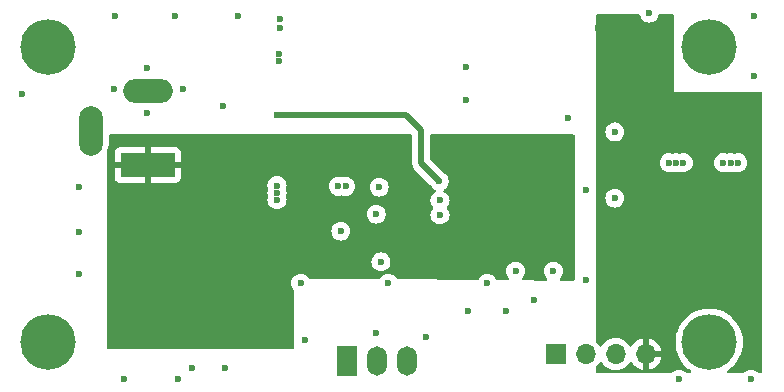
<source format=gbr>
%TF.GenerationSoftware,KiCad,Pcbnew,8.0.4+dfsg-1*%
%TF.CreationDate,2025-03-03T18:40:41+01:00*%
%TF.ProjectId,nixie-clock-psu,6e697869-652d-4636-9c6f-636b2d707375,rev?*%
%TF.SameCoordinates,Original*%
%TF.FileFunction,Copper,L2,Inr*%
%TF.FilePolarity,Positive*%
%FSLAX46Y46*%
G04 Gerber Fmt 4.6, Leading zero omitted, Abs format (unit mm)*
G04 Created by KiCad (PCBNEW 8.0.4+dfsg-1) date 2025-03-03 18:40:41*
%MOMM*%
%LPD*%
G01*
G04 APERTURE LIST*
%TA.AperFunction,ComponentPad*%
%ADD10R,1.700000X2.500000*%
%TD*%
%TA.AperFunction,ComponentPad*%
%ADD11O,1.700000X2.500000*%
%TD*%
%TA.AperFunction,ComponentPad*%
%ADD12C,4.700000*%
%TD*%
%TA.AperFunction,ComponentPad*%
%ADD13R,4.600000X2.000000*%
%TD*%
%TA.AperFunction,ComponentPad*%
%ADD14O,4.200000X2.000000*%
%TD*%
%TA.AperFunction,ComponentPad*%
%ADD15O,2.000000X4.200000*%
%TD*%
%TA.AperFunction,ComponentPad*%
%ADD16R,1.700000X1.700000*%
%TD*%
%TA.AperFunction,ComponentPad*%
%ADD17O,1.700000X1.700000*%
%TD*%
%TA.AperFunction,ViaPad*%
%ADD18C,0.600000*%
%TD*%
%TA.AperFunction,Conductor*%
%ADD19C,0.500000*%
%TD*%
G04 APERTURE END LIST*
D10*
%TO.N,Net-(U2-IN)*%
%TO.C,U2*%
X175320000Y-117600000D03*
D11*
%TO.N,GND*%
X177860000Y-117600000D03*
%TO.N,+5V*%
X180400000Y-117600000D03*
%TD*%
D12*
%TO.N,GND*%
%TO.C,H4*%
X206000000Y-91000000D03*
%TD*%
%TO.N,GND*%
%TO.C,H2*%
X150000000Y-116000000D03*
%TD*%
%TO.N,GND*%
%TO.C,H3*%
X150000000Y-91000000D03*
%TD*%
D13*
%TO.N,VCC*%
%TO.C,J2*%
X158455000Y-101000000D03*
D14*
%TO.N,GND*%
X158455000Y-94700000D03*
D15*
%TO.N,unconnected-(J2-Pad3)*%
X153655000Y-98100000D03*
%TD*%
D12*
%TO.N,GND*%
%TO.C,H1*%
X206000000Y-116000000D03*
%TD*%
D16*
%TO.N,GND*%
%TO.C,J1*%
X193000000Y-117000000D03*
D17*
%TO.N,+5V*%
X195540000Y-117000000D03*
%TO.N,GND*%
X198080000Y-117000000D03*
%TO.N,+170*%
X200620000Y-117000000D03*
%TD*%
D18*
%TO.N,VCC*%
X158242000Y-106426000D03*
X158242000Y-105410000D03*
X158242000Y-104394000D03*
X158242000Y-103378000D03*
%TO.N,GND*%
X209804000Y-88392000D03*
X209804000Y-93472000D03*
X185420000Y-95504000D03*
X155702000Y-88392000D03*
X185420000Y-92710000D03*
X203800000Y-100800000D03*
X178200000Y-109200000D03*
X164846000Y-96012000D03*
X147828000Y-94996000D03*
X202600000Y-100800000D03*
X191200000Y-112400000D03*
X166116000Y-88392000D03*
X162200000Y-118200000D03*
X187200000Y-111000000D03*
X200914000Y-88138000D03*
X178816000Y-110998000D03*
X152654000Y-102870000D03*
X171800000Y-115800000D03*
X160782000Y-88392000D03*
X209550000Y-119126000D03*
X195580000Y-110744000D03*
X195580000Y-103124000D03*
X192800000Y-110000000D03*
X171400000Y-111000000D03*
X177800000Y-115200000D03*
X207800000Y-100800000D03*
X182000000Y-115600000D03*
X169400000Y-103342000D03*
X174800000Y-106600000D03*
X152654000Y-106680000D03*
X161400000Y-94600000D03*
X189600000Y-110000000D03*
X158400000Y-96600000D03*
X183200000Y-104000000D03*
X155600000Y-94600000D03*
X188800000Y-113400000D03*
X183200000Y-105200000D03*
X158400000Y-92800000D03*
X156464000Y-119126000D03*
X169400000Y-103942000D03*
X203454000Y-119126000D03*
X185600000Y-113400000D03*
X169400000Y-102742000D03*
X161036000Y-119126000D03*
X207200000Y-100800000D03*
X152654000Y-110236000D03*
X165000000Y-118200000D03*
X198000000Y-103800000D03*
X203200000Y-100800000D03*
X194056000Y-97028000D03*
X208400000Y-100800000D03*
%TO.N,+170*%
X198000000Y-90800000D03*
X207200000Y-109200000D03*
X203800000Y-109200000D03*
X200600000Y-115400000D03*
X196600000Y-89400000D03*
X207800000Y-109200000D03*
X202600000Y-109200000D03*
X208400000Y-109200000D03*
X203200000Y-109200000D03*
X197400000Y-89400000D03*
X198000000Y-90000000D03*
%TO.N,VCC*%
X177600000Y-100200000D03*
X186000000Y-100000000D03*
X160200000Y-114400000D03*
X158200000Y-114600000D03*
X185400000Y-100000000D03*
X166200000Y-114400000D03*
X186600000Y-100000000D03*
X159200000Y-114400000D03*
X164400000Y-114400000D03*
X191200000Y-102200000D03*
X167000000Y-114400000D03*
X163600000Y-115200000D03*
X163600000Y-114400000D03*
X191200000Y-101400000D03*
%TO.N,Net-(U1-FB)*%
X198000000Y-98200000D03*
X177800000Y-105156000D03*
%TO.N,Net-(Q1-G)*%
X169672000Y-88646000D03*
X174600000Y-102800000D03*
X175200000Y-102800000D03*
X169600000Y-91600000D03*
X169672000Y-89408000D03*
X178054000Y-102870000D03*
X169600000Y-92200000D03*
%TO.N,Net-(Q1-S)*%
X169418000Y-96774000D03*
X183134000Y-102362000D03*
%TD*%
D19*
%TO.N,Net-(Q1-S)*%
X181610000Y-98044000D02*
X181610000Y-100838000D01*
X181610000Y-100838000D02*
X183134000Y-102362000D01*
X169418000Y-96774000D02*
X180340000Y-96774000D01*
X180340000Y-96774000D02*
X181610000Y-98044000D01*
%TD*%
%TA.AperFunction,Conductor*%
%TO.N,VCC*%
G36*
X180802539Y-98419685D02*
G01*
X180848294Y-98472489D01*
X180859500Y-98524000D01*
X180859500Y-100911918D01*
X180859500Y-100911920D01*
X180859499Y-100911920D01*
X180888340Y-101056907D01*
X180888343Y-101056917D01*
X180944914Y-101193492D01*
X180977812Y-101242727D01*
X180977813Y-101242730D01*
X181027046Y-101316414D01*
X181027052Y-101316421D01*
X182380692Y-102670059D01*
X182403358Y-102706125D01*
X182405188Y-102705244D01*
X182408209Y-102711518D01*
X182408211Y-102711522D01*
X182504184Y-102864262D01*
X182631738Y-102991816D01*
X182784478Y-103087789D01*
X182784480Y-103087790D01*
X182787656Y-103089320D01*
X182789354Y-103090853D01*
X182790374Y-103091494D01*
X182790261Y-103091672D01*
X182839517Y-103136141D01*
X182857831Y-103203567D01*
X182836785Y-103270192D01*
X182799830Y-103306034D01*
X182697740Y-103370182D01*
X182697737Y-103370184D01*
X182570184Y-103497737D01*
X182474211Y-103650476D01*
X182414631Y-103820745D01*
X182414630Y-103820750D01*
X182394435Y-103999996D01*
X182394435Y-104000003D01*
X182414630Y-104179249D01*
X182414631Y-104179254D01*
X182474211Y-104349523D01*
X182570184Y-104502262D01*
X182580241Y-104512319D01*
X182613726Y-104573642D01*
X182608742Y-104643334D01*
X182580241Y-104687681D01*
X182570184Y-104697737D01*
X182474211Y-104850476D01*
X182414631Y-105020745D01*
X182414630Y-105020750D01*
X182394435Y-105199996D01*
X182394435Y-105200003D01*
X182414630Y-105379249D01*
X182414631Y-105379254D01*
X182474211Y-105549523D01*
X182542537Y-105658262D01*
X182570184Y-105702262D01*
X182697738Y-105829816D01*
X182850478Y-105925789D01*
X182952720Y-105961565D01*
X183020745Y-105985368D01*
X183020750Y-105985369D01*
X183199996Y-106005565D01*
X183200000Y-106005565D01*
X183200004Y-106005565D01*
X183379249Y-105985369D01*
X183379252Y-105985368D01*
X183379255Y-105985368D01*
X183549522Y-105925789D01*
X183702262Y-105829816D01*
X183829816Y-105702262D01*
X183925789Y-105549522D01*
X183985368Y-105379255D01*
X183990326Y-105335254D01*
X184005565Y-105200003D01*
X184005565Y-105199996D01*
X183985369Y-105020750D01*
X183985368Y-105020745D01*
X183925788Y-104850476D01*
X183829815Y-104697737D01*
X183819759Y-104687681D01*
X183786274Y-104626358D01*
X183791258Y-104556666D01*
X183819759Y-104512319D01*
X183829816Y-104502262D01*
X183925789Y-104349522D01*
X183985368Y-104179255D01*
X184005565Y-104000000D01*
X183999030Y-103942003D01*
X183985369Y-103820750D01*
X183985368Y-103820745D01*
X183965073Y-103762745D01*
X183925789Y-103650478D01*
X183829816Y-103497738D01*
X183702262Y-103370184D01*
X183657412Y-103342003D01*
X183549519Y-103274209D01*
X183546338Y-103272677D01*
X183544637Y-103271141D01*
X183543626Y-103270506D01*
X183543737Y-103270328D01*
X183494479Y-103225854D01*
X183476168Y-103158426D01*
X183497217Y-103091803D01*
X183534167Y-103055966D01*
X183636262Y-102991816D01*
X183763816Y-102864262D01*
X183859789Y-102711522D01*
X183919368Y-102541255D01*
X183921709Y-102520478D01*
X183939565Y-102362003D01*
X183939565Y-102361996D01*
X183919369Y-102182750D01*
X183919368Y-102182745D01*
X183881390Y-102074211D01*
X183859789Y-102012478D01*
X183763816Y-101859738D01*
X183636262Y-101732184D01*
X183483522Y-101636211D01*
X183483518Y-101636209D01*
X183477244Y-101633188D01*
X183478125Y-101631358D01*
X183442059Y-101608692D01*
X182396819Y-100563451D01*
X182363334Y-100502128D01*
X182360500Y-100475770D01*
X182360500Y-98524000D01*
X182380185Y-98456961D01*
X182432989Y-98411206D01*
X182484500Y-98400000D01*
X194476000Y-98400000D01*
X194543039Y-98419685D01*
X194588794Y-98472489D01*
X194600000Y-98524000D01*
X194600000Y-110674953D01*
X194580315Y-110741992D01*
X194527511Y-110787747D01*
X194474958Y-110798949D01*
X193440140Y-110790253D01*
X193373268Y-110770005D01*
X193327959Y-110716819D01*
X193318597Y-110647579D01*
X193348155Y-110584270D01*
X193353470Y-110578607D01*
X193429816Y-110502262D01*
X193525789Y-110349522D01*
X193585368Y-110179255D01*
X193605565Y-110000000D01*
X193603916Y-109985369D01*
X193585369Y-109820750D01*
X193585368Y-109820745D01*
X193525788Y-109650476D01*
X193429815Y-109497737D01*
X193302262Y-109370184D01*
X193149523Y-109274211D01*
X192979254Y-109214631D01*
X192979249Y-109214630D01*
X192800004Y-109194435D01*
X192799996Y-109194435D01*
X192620750Y-109214630D01*
X192620745Y-109214631D01*
X192450476Y-109274211D01*
X192297737Y-109370184D01*
X192170184Y-109497737D01*
X192074211Y-109650476D01*
X192014631Y-109820745D01*
X192014630Y-109820750D01*
X191994435Y-109999996D01*
X191994435Y-110000003D01*
X192014630Y-110179249D01*
X192014631Y-110179254D01*
X192074211Y-110349523D01*
X192170184Y-110502262D01*
X192235630Y-110567708D01*
X192269115Y-110629031D01*
X192264131Y-110698723D01*
X192222259Y-110754656D01*
X192156795Y-110779073D01*
X192146907Y-110779385D01*
X190266807Y-110763586D01*
X190199935Y-110743338D01*
X190154626Y-110690152D01*
X190145264Y-110620912D01*
X190174822Y-110557603D01*
X190180153Y-110551924D01*
X190229816Y-110502262D01*
X190325789Y-110349522D01*
X190385368Y-110179255D01*
X190405565Y-110000000D01*
X190403916Y-109985369D01*
X190385369Y-109820750D01*
X190385368Y-109820745D01*
X190325788Y-109650476D01*
X190229815Y-109497737D01*
X190102262Y-109370184D01*
X189949523Y-109274211D01*
X189779254Y-109214631D01*
X189779249Y-109214630D01*
X189600004Y-109194435D01*
X189599996Y-109194435D01*
X189420750Y-109214630D01*
X189420745Y-109214631D01*
X189250476Y-109274211D01*
X189097737Y-109370184D01*
X188970184Y-109497737D01*
X188874211Y-109650476D01*
X188814631Y-109820745D01*
X188814630Y-109820750D01*
X188794435Y-109999996D01*
X188794435Y-110000003D01*
X188814630Y-110179249D01*
X188814631Y-110179254D01*
X188874211Y-110349523D01*
X188970184Y-110502262D01*
X189008511Y-110540589D01*
X189041996Y-110601912D01*
X189037012Y-110671604D01*
X188995140Y-110727537D01*
X188929676Y-110751954D01*
X188919788Y-110752266D01*
X188045778Y-110744921D01*
X187978906Y-110724673D01*
X187933597Y-110671487D01*
X187929777Y-110661875D01*
X187925789Y-110650478D01*
X187873781Y-110567708D01*
X187829816Y-110497738D01*
X187702262Y-110370184D01*
X187669379Y-110349522D01*
X187549523Y-110274211D01*
X187379254Y-110214631D01*
X187379249Y-110214630D01*
X187200004Y-110194435D01*
X187199996Y-110194435D01*
X187020750Y-110214630D01*
X187020745Y-110214631D01*
X186850476Y-110274211D01*
X186697737Y-110370184D01*
X186570184Y-110497737D01*
X186474211Y-110650478D01*
X186471188Y-110656756D01*
X186469327Y-110655860D01*
X186434460Y-110704470D01*
X186369506Y-110730213D01*
X186357103Y-110730731D01*
X179625420Y-110674163D01*
X179558548Y-110653915D01*
X179521470Y-110616141D01*
X179445816Y-110495738D01*
X179318262Y-110368184D01*
X179288562Y-110349522D01*
X179165523Y-110272211D01*
X178995254Y-110212631D01*
X178995249Y-110212630D01*
X178816004Y-110192435D01*
X178815996Y-110192435D01*
X178636750Y-110212630D01*
X178636745Y-110212631D01*
X178466476Y-110272211D01*
X178313737Y-110368184D01*
X178186182Y-110495739D01*
X178119044Y-110602589D01*
X178066710Y-110648879D01*
X178013009Y-110660612D01*
X172168791Y-110611502D01*
X172101919Y-110591254D01*
X172064839Y-110553477D01*
X172029818Y-110497740D01*
X171902262Y-110370184D01*
X171749523Y-110274211D01*
X171579254Y-110214631D01*
X171579249Y-110214630D01*
X171400004Y-110194435D01*
X171399996Y-110194435D01*
X171220750Y-110214630D01*
X171220745Y-110214631D01*
X171050476Y-110274211D01*
X170897737Y-110370184D01*
X170770184Y-110497737D01*
X170674211Y-110650476D01*
X170614631Y-110820745D01*
X170614630Y-110820750D01*
X170594435Y-110999996D01*
X170594435Y-111000003D01*
X170614630Y-111179249D01*
X170614631Y-111179254D01*
X170674211Y-111349523D01*
X170734515Y-111445496D01*
X170768927Y-111500262D01*
X170770185Y-111502263D01*
X170772945Y-111505724D01*
X170799355Y-111570410D01*
X170800000Y-111583039D01*
X170800000Y-116476000D01*
X170780315Y-116543039D01*
X170727511Y-116588794D01*
X170676000Y-116600000D01*
X155124000Y-116600000D01*
X155056961Y-116580315D01*
X155011206Y-116527511D01*
X155000000Y-116476000D01*
X155000000Y-109199996D01*
X177394435Y-109199996D01*
X177394435Y-109200003D01*
X177414630Y-109379249D01*
X177414631Y-109379254D01*
X177474211Y-109549523D01*
X177537646Y-109650478D01*
X177570184Y-109702262D01*
X177697738Y-109829816D01*
X177850478Y-109925789D01*
X178020745Y-109985368D01*
X178020750Y-109985369D01*
X178199996Y-110005565D01*
X178200000Y-110005565D01*
X178200004Y-110005565D01*
X178379249Y-109985369D01*
X178379252Y-109985368D01*
X178379255Y-109985368D01*
X178549522Y-109925789D01*
X178702262Y-109829816D01*
X178829816Y-109702262D01*
X178925789Y-109549522D01*
X178985368Y-109379255D01*
X178997204Y-109274211D01*
X179005565Y-109200003D01*
X179005565Y-109199996D01*
X178985369Y-109020750D01*
X178985368Y-109020745D01*
X178925788Y-108850476D01*
X178829815Y-108697737D01*
X178702262Y-108570184D01*
X178549523Y-108474211D01*
X178379254Y-108414631D01*
X178379249Y-108414630D01*
X178200004Y-108394435D01*
X178199996Y-108394435D01*
X178020750Y-108414630D01*
X178020745Y-108414631D01*
X177850476Y-108474211D01*
X177697737Y-108570184D01*
X177570184Y-108697737D01*
X177474211Y-108850476D01*
X177414631Y-109020745D01*
X177414630Y-109020750D01*
X177394435Y-109199996D01*
X155000000Y-109199996D01*
X155000000Y-106599996D01*
X173994435Y-106599996D01*
X173994435Y-106600003D01*
X174014630Y-106779249D01*
X174014631Y-106779254D01*
X174074211Y-106949523D01*
X174170184Y-107102262D01*
X174297738Y-107229816D01*
X174450478Y-107325789D01*
X174620745Y-107385368D01*
X174620750Y-107385369D01*
X174799996Y-107405565D01*
X174800000Y-107405565D01*
X174800004Y-107405565D01*
X174979249Y-107385369D01*
X174979252Y-107385368D01*
X174979255Y-107385368D01*
X175149522Y-107325789D01*
X175302262Y-107229816D01*
X175429816Y-107102262D01*
X175525789Y-106949522D01*
X175585368Y-106779255D01*
X175605565Y-106600000D01*
X175585368Y-106420745D01*
X175525789Y-106250478D01*
X175429816Y-106097738D01*
X175302262Y-105970184D01*
X175288545Y-105961565D01*
X175149523Y-105874211D01*
X174979254Y-105814631D01*
X174979249Y-105814630D01*
X174800004Y-105794435D01*
X174799996Y-105794435D01*
X174620750Y-105814630D01*
X174620745Y-105814631D01*
X174450476Y-105874211D01*
X174297737Y-105970184D01*
X174170184Y-106097737D01*
X174074211Y-106250476D01*
X174014631Y-106420745D01*
X174014630Y-106420750D01*
X173994435Y-106599996D01*
X155000000Y-106599996D01*
X155000000Y-105155996D01*
X176994435Y-105155996D01*
X176994435Y-105156003D01*
X177014630Y-105335249D01*
X177014631Y-105335254D01*
X177074211Y-105505523D01*
X177170184Y-105658262D01*
X177297738Y-105785816D01*
X177367762Y-105829815D01*
X177438417Y-105874211D01*
X177450478Y-105881789D01*
X177576220Y-105925788D01*
X177620745Y-105941368D01*
X177620750Y-105941369D01*
X177799996Y-105961565D01*
X177800000Y-105961565D01*
X177800004Y-105961565D01*
X177979249Y-105941369D01*
X177979252Y-105941368D01*
X177979255Y-105941368D01*
X178149522Y-105881789D01*
X178302262Y-105785816D01*
X178429816Y-105658262D01*
X178525789Y-105505522D01*
X178585368Y-105335255D01*
X178600607Y-105200003D01*
X178605565Y-105156003D01*
X178605565Y-105155996D01*
X178585369Y-104976750D01*
X178585368Y-104976745D01*
X178541185Y-104850478D01*
X178525789Y-104806478D01*
X178429816Y-104653738D01*
X178302262Y-104526184D01*
X178280196Y-104512319D01*
X178149523Y-104430211D01*
X177979254Y-104370631D01*
X177979249Y-104370630D01*
X177800004Y-104350435D01*
X177799996Y-104350435D01*
X177620750Y-104370630D01*
X177620745Y-104370631D01*
X177450476Y-104430211D01*
X177297737Y-104526184D01*
X177170184Y-104653737D01*
X177074211Y-104806476D01*
X177014631Y-104976745D01*
X177014630Y-104976750D01*
X176994435Y-105155996D01*
X155000000Y-105155996D01*
X155000000Y-102741996D01*
X168594435Y-102741996D01*
X168594435Y-102742003D01*
X168614631Y-102921253D01*
X168614631Y-102921254D01*
X168642551Y-103001047D01*
X168646112Y-103070826D01*
X168642551Y-103082953D01*
X168614631Y-103162745D01*
X168614631Y-103162746D01*
X168594435Y-103341996D01*
X168594435Y-103342003D01*
X168614631Y-103521253D01*
X168614631Y-103521254D01*
X168642551Y-103601047D01*
X168646112Y-103670826D01*
X168642551Y-103682953D01*
X168614631Y-103762745D01*
X168614631Y-103762746D01*
X168594435Y-103941996D01*
X168594435Y-103942003D01*
X168614630Y-104121249D01*
X168614631Y-104121254D01*
X168674211Y-104291523D01*
X168723919Y-104370632D01*
X168770184Y-104444262D01*
X168897738Y-104571816D01*
X169050478Y-104667789D01*
X169220745Y-104727368D01*
X169220750Y-104727369D01*
X169399996Y-104747565D01*
X169400000Y-104747565D01*
X169400004Y-104747565D01*
X169579249Y-104727369D01*
X169579252Y-104727368D01*
X169579255Y-104727368D01*
X169749522Y-104667789D01*
X169902262Y-104571816D01*
X170029816Y-104444262D01*
X170125789Y-104291522D01*
X170185368Y-104121255D01*
X170199030Y-104000000D01*
X170205565Y-103942003D01*
X170205565Y-103941996D01*
X170185369Y-103762750D01*
X170185368Y-103762746D01*
X170185368Y-103762745D01*
X170157446Y-103682951D01*
X170153884Y-103613177D01*
X170157440Y-103601066D01*
X170185368Y-103521255D01*
X170195671Y-103429815D01*
X170205565Y-103342003D01*
X170205565Y-103341996D01*
X170185369Y-103162750D01*
X170185368Y-103162746D01*
X170185368Y-103162745D01*
X170157446Y-103082951D01*
X170153884Y-103013177D01*
X170157440Y-103001066D01*
X170185368Y-102921255D01*
X170191143Y-102870000D01*
X170199031Y-102799996D01*
X173794435Y-102799996D01*
X173794435Y-102800003D01*
X173814630Y-102979249D01*
X173814631Y-102979254D01*
X173874211Y-103149523D01*
X173950230Y-103270506D01*
X173970184Y-103302262D01*
X174097738Y-103429816D01*
X174188080Y-103486582D01*
X174243260Y-103521254D01*
X174250478Y-103525789D01*
X174420745Y-103585368D01*
X174420750Y-103585369D01*
X174599996Y-103605565D01*
X174600000Y-103605565D01*
X174600004Y-103605565D01*
X174779249Y-103585369D01*
X174779250Y-103585368D01*
X174779255Y-103585368D01*
X174859048Y-103557446D01*
X174928823Y-103553884D01*
X174940933Y-103557440D01*
X175020745Y-103585368D01*
X175020749Y-103585368D01*
X175020751Y-103585369D01*
X175020748Y-103585369D01*
X175199996Y-103605565D01*
X175200000Y-103605565D01*
X175200004Y-103605565D01*
X175379249Y-103585369D01*
X175379252Y-103585368D01*
X175379255Y-103585368D01*
X175549522Y-103525789D01*
X175702262Y-103429816D01*
X175829816Y-103302262D01*
X175925789Y-103149522D01*
X175985368Y-102979255D01*
X175991903Y-102921254D01*
X175997679Y-102869996D01*
X177248435Y-102869996D01*
X177248435Y-102870003D01*
X177268630Y-103049249D01*
X177268631Y-103049254D01*
X177328211Y-103219523D01*
X177405169Y-103342000D01*
X177424184Y-103372262D01*
X177551738Y-103499816D01*
X177585858Y-103521255D01*
X177687894Y-103585369D01*
X177704478Y-103595789D01*
X177860770Y-103650478D01*
X177874745Y-103655368D01*
X177874750Y-103655369D01*
X178053996Y-103675565D01*
X178054000Y-103675565D01*
X178054004Y-103675565D01*
X178233249Y-103655369D01*
X178233252Y-103655368D01*
X178233255Y-103655368D01*
X178403522Y-103595789D01*
X178556262Y-103499816D01*
X178683816Y-103372262D01*
X178779789Y-103219522D01*
X178839368Y-103049255D01*
X178839369Y-103049249D01*
X178859565Y-102870003D01*
X178859565Y-102869996D01*
X178839369Y-102690750D01*
X178839368Y-102690745D01*
X178814874Y-102620745D01*
X178779789Y-102520478D01*
X178683816Y-102367738D01*
X178556262Y-102240184D01*
X178555551Y-102239737D01*
X178403523Y-102144211D01*
X178233254Y-102084631D01*
X178233249Y-102084630D01*
X178054004Y-102064435D01*
X178053996Y-102064435D01*
X177874750Y-102084630D01*
X177874745Y-102084631D01*
X177704476Y-102144211D01*
X177551737Y-102240184D01*
X177424184Y-102367737D01*
X177328211Y-102520476D01*
X177268631Y-102690745D01*
X177268630Y-102690750D01*
X177248435Y-102869996D01*
X175997679Y-102869996D01*
X176005565Y-102800003D01*
X176005565Y-102799996D01*
X175985369Y-102620750D01*
X175985368Y-102620745D01*
X175940877Y-102493598D01*
X175925789Y-102450478D01*
X175829816Y-102297738D01*
X175702262Y-102170184D01*
X175549523Y-102074211D01*
X175379254Y-102014631D01*
X175379249Y-102014630D01*
X175200004Y-101994435D01*
X175199996Y-101994435D01*
X175020746Y-102014631D01*
X175020745Y-102014631D01*
X174940953Y-102042551D01*
X174871174Y-102046112D01*
X174859047Y-102042551D01*
X174779253Y-102014631D01*
X174600004Y-101994435D01*
X174599996Y-101994435D01*
X174420750Y-102014630D01*
X174420745Y-102014631D01*
X174250476Y-102074211D01*
X174097737Y-102170184D01*
X173970184Y-102297737D01*
X173874211Y-102450476D01*
X173814631Y-102620745D01*
X173814630Y-102620750D01*
X173794435Y-102799996D01*
X170199031Y-102799996D01*
X170205565Y-102742003D01*
X170205565Y-102741996D01*
X170185369Y-102562750D01*
X170185368Y-102562745D01*
X170170577Y-102520476D01*
X170125789Y-102392478D01*
X170106638Y-102362000D01*
X170066259Y-102297737D01*
X170029816Y-102239738D01*
X169902262Y-102112184D01*
X169894604Y-102107372D01*
X169749523Y-102016211D01*
X169579254Y-101956631D01*
X169579249Y-101956630D01*
X169400004Y-101936435D01*
X169399996Y-101936435D01*
X169220750Y-101956630D01*
X169220745Y-101956631D01*
X169050476Y-102016211D01*
X168897737Y-102112184D01*
X168770184Y-102239737D01*
X168674211Y-102392476D01*
X168614631Y-102562745D01*
X168614630Y-102562750D01*
X168594435Y-102741996D01*
X155000000Y-102741996D01*
X155000000Y-99952155D01*
X155655000Y-99952155D01*
X155655000Y-100750000D01*
X156721988Y-100750000D01*
X156689075Y-100807007D01*
X156655000Y-100934174D01*
X156655000Y-101065826D01*
X156689075Y-101192993D01*
X156721988Y-101250000D01*
X155655000Y-101250000D01*
X155655000Y-102047844D01*
X155661401Y-102107372D01*
X155661403Y-102107379D01*
X155711645Y-102242086D01*
X155711649Y-102242093D01*
X155797809Y-102357187D01*
X155797812Y-102357190D01*
X155912906Y-102443350D01*
X155912913Y-102443354D01*
X156047620Y-102493596D01*
X156047627Y-102493598D01*
X156107155Y-102499999D01*
X156107172Y-102500000D01*
X158205000Y-102500000D01*
X158205000Y-101500000D01*
X158705000Y-101500000D01*
X158705000Y-102500000D01*
X160802828Y-102500000D01*
X160802844Y-102499999D01*
X160862372Y-102493598D01*
X160862379Y-102493596D01*
X160997086Y-102443354D01*
X160997093Y-102443350D01*
X161112187Y-102357190D01*
X161112190Y-102357187D01*
X161198350Y-102242093D01*
X161198354Y-102242086D01*
X161248596Y-102107379D01*
X161248598Y-102107372D01*
X161254999Y-102047844D01*
X161255000Y-102047827D01*
X161255000Y-101250000D01*
X160188012Y-101250000D01*
X160220925Y-101192993D01*
X160255000Y-101065826D01*
X160255000Y-100934174D01*
X160220925Y-100807007D01*
X160188012Y-100750000D01*
X161255000Y-100750000D01*
X161255000Y-99952172D01*
X161254999Y-99952155D01*
X161248598Y-99892627D01*
X161248596Y-99892620D01*
X161198354Y-99757913D01*
X161198350Y-99757906D01*
X161112190Y-99642812D01*
X161112187Y-99642809D01*
X160997093Y-99556649D01*
X160997086Y-99556645D01*
X160862379Y-99506403D01*
X160862372Y-99506401D01*
X160802844Y-99500000D01*
X158705000Y-99500000D01*
X158705000Y-100500000D01*
X158205000Y-100500000D01*
X158205000Y-99500000D01*
X156107155Y-99500000D01*
X156047627Y-99506401D01*
X156047620Y-99506403D01*
X155912913Y-99556645D01*
X155912906Y-99556649D01*
X155797812Y-99642809D01*
X155797809Y-99642812D01*
X155711649Y-99757906D01*
X155711645Y-99757913D01*
X155661403Y-99892620D01*
X155661401Y-99892627D01*
X155655000Y-99952155D01*
X155000000Y-99952155D01*
X155000000Y-99895194D01*
X155013515Y-99838899D01*
X155045566Y-99775996D01*
X155045566Y-99775995D01*
X155045568Y-99775992D01*
X155118553Y-99551368D01*
X155126689Y-99500000D01*
X155155500Y-99318097D01*
X155155500Y-98524000D01*
X155175185Y-98456961D01*
X155227989Y-98411206D01*
X155279500Y-98400000D01*
X180735500Y-98400000D01*
X180802539Y-98419685D01*
G37*
%TD.AperFunction*%
%TD*%
%TA.AperFunction,Conductor*%
%TO.N,+170*%
G36*
X200071646Y-88219685D02*
G01*
X200117401Y-88272489D01*
X200127827Y-88310116D01*
X200128630Y-88317250D01*
X200128631Y-88317254D01*
X200188211Y-88487523D01*
X200213149Y-88527211D01*
X200284184Y-88640262D01*
X200411738Y-88767816D01*
X200564478Y-88863789D01*
X200651565Y-88894262D01*
X200734745Y-88923368D01*
X200734750Y-88923369D01*
X200913996Y-88943565D01*
X200914000Y-88943565D01*
X200914004Y-88943565D01*
X201093249Y-88923369D01*
X201093252Y-88923368D01*
X201093255Y-88923368D01*
X201263522Y-88863789D01*
X201416262Y-88767816D01*
X201543816Y-88640262D01*
X201639789Y-88487522D01*
X201699368Y-88317255D01*
X201699369Y-88317250D01*
X201700173Y-88310116D01*
X201727240Y-88245702D01*
X201784835Y-88206147D01*
X201823393Y-88200000D01*
X202876000Y-88200000D01*
X202943039Y-88219685D01*
X202988794Y-88272489D01*
X203000000Y-88324000D01*
X203000000Y-94800000D01*
X210375500Y-94800000D01*
X210442539Y-94819685D01*
X210488294Y-94872489D01*
X210499500Y-94924000D01*
X210499500Y-118476000D01*
X210479815Y-118543039D01*
X210427011Y-118588794D01*
X210375500Y-118600000D01*
X210207440Y-118600000D01*
X210140401Y-118580315D01*
X210119759Y-118563681D01*
X210052262Y-118496184D01*
X209899523Y-118400211D01*
X209729254Y-118340631D01*
X209729249Y-118340630D01*
X209550004Y-118320435D01*
X209549996Y-118320435D01*
X209370750Y-118340630D01*
X209370745Y-118340631D01*
X209200476Y-118400211D01*
X209047737Y-118496184D01*
X208980241Y-118563681D01*
X208918918Y-118597166D01*
X208892560Y-118600000D01*
X207648440Y-118600000D01*
X207581401Y-118580315D01*
X207535646Y-118527511D01*
X207525702Y-118458353D01*
X207554727Y-118394797D01*
X207580301Y-118372400D01*
X207705079Y-118290331D01*
X207705079Y-118290330D01*
X207705085Y-118290327D01*
X207959447Y-118076893D01*
X208187310Y-117835371D01*
X208385594Y-117569030D01*
X208551617Y-117281470D01*
X208683133Y-116976581D01*
X208778365Y-116658485D01*
X208836024Y-116331484D01*
X208855331Y-116000000D01*
X208836024Y-115668516D01*
X208778365Y-115341515D01*
X208683133Y-115023419D01*
X208551617Y-114718530D01*
X208385594Y-114430970D01*
X208385593Y-114430968D01*
X208187321Y-114164643D01*
X208187314Y-114164635D01*
X208187310Y-114164629D01*
X207959447Y-113923107D01*
X207797153Y-113786926D01*
X207705087Y-113709674D01*
X207705079Y-113709668D01*
X207427669Y-113527212D01*
X207130946Y-113378192D01*
X207130940Y-113378189D01*
X206818930Y-113264627D01*
X206818909Y-113264620D01*
X206495838Y-113188050D01*
X206495823Y-113188048D01*
X206166023Y-113149500D01*
X205833977Y-113149500D01*
X205545402Y-113183229D01*
X205504176Y-113188048D01*
X205504161Y-113188050D01*
X205181090Y-113264620D01*
X205181069Y-113264627D01*
X204869059Y-113378189D01*
X204869053Y-113378192D01*
X204572330Y-113527212D01*
X204294920Y-113709668D01*
X204294912Y-113709674D01*
X204088936Y-113882508D01*
X204040553Y-113923107D01*
X203812690Y-114164629D01*
X203812687Y-114164632D01*
X203812685Y-114164635D01*
X203812678Y-114164643D01*
X203614406Y-114430968D01*
X203448385Y-114718525D01*
X203448379Y-114718538D01*
X203316866Y-115023419D01*
X203221634Y-115341518D01*
X203221631Y-115341532D01*
X203163977Y-115668504D01*
X203163976Y-115668515D01*
X203144669Y-115999996D01*
X203144669Y-116000003D01*
X203163976Y-116331484D01*
X203163977Y-116331495D01*
X203221631Y-116658467D01*
X203221634Y-116658481D01*
X203316866Y-116976580D01*
X203448379Y-117281461D01*
X203448385Y-117281474D01*
X203614406Y-117569031D01*
X203812678Y-117835356D01*
X203812683Y-117835362D01*
X203812690Y-117835371D01*
X204040553Y-118076893D01*
X204224689Y-118231400D01*
X204294912Y-118290325D01*
X204294920Y-118290331D01*
X204419699Y-118372400D01*
X204464893Y-118425685D01*
X204474104Y-118494945D01*
X204444409Y-118558190D01*
X204385234Y-118595340D01*
X204351560Y-118600000D01*
X204111440Y-118600000D01*
X204044401Y-118580315D01*
X204023759Y-118563681D01*
X203956262Y-118496184D01*
X203803523Y-118400211D01*
X203633254Y-118340631D01*
X203633249Y-118340630D01*
X203454004Y-118320435D01*
X203453996Y-118320435D01*
X203274750Y-118340630D01*
X203274745Y-118340631D01*
X203104476Y-118400211D01*
X202951737Y-118496184D01*
X202884241Y-118563681D01*
X202822918Y-118597166D01*
X202796560Y-118600000D01*
X198127235Y-118600000D01*
X198079332Y-118585934D01*
X198057197Y-118597569D01*
X198032765Y-118600000D01*
X196524000Y-118600000D01*
X196456961Y-118580315D01*
X196411206Y-118527511D01*
X196400000Y-118476000D01*
X196400000Y-118101258D01*
X196419685Y-118034219D01*
X196436319Y-118013577D01*
X196578495Y-117871401D01*
X196708425Y-117685842D01*
X196763002Y-117642217D01*
X196832500Y-117635023D01*
X196894855Y-117666546D01*
X196911575Y-117685842D01*
X197041281Y-117871082D01*
X197041505Y-117871401D01*
X197208599Y-118038495D01*
X197263437Y-118076893D01*
X197402165Y-118174032D01*
X197402167Y-118174033D01*
X197402170Y-118174035D01*
X197616337Y-118273903D01*
X197844592Y-118335063D01*
X198031767Y-118351439D01*
X198043573Y-118352472D01*
X198078265Y-118366042D01*
X198092300Y-118357023D01*
X198116427Y-118352472D01*
X198125984Y-118351635D01*
X198315408Y-118335063D01*
X198543663Y-118273903D01*
X198757830Y-118174035D01*
X198951401Y-118038495D01*
X199118495Y-117871401D01*
X199248730Y-117685405D01*
X199303307Y-117641781D01*
X199372805Y-117634587D01*
X199435160Y-117666110D01*
X199451879Y-117685405D01*
X199581890Y-117871078D01*
X199748917Y-118038105D01*
X199942421Y-118173600D01*
X200156507Y-118273429D01*
X200156516Y-118273433D01*
X200370000Y-118330634D01*
X200370000Y-117433012D01*
X200427007Y-117465925D01*
X200554174Y-117500000D01*
X200685826Y-117500000D01*
X200812993Y-117465925D01*
X200870000Y-117433012D01*
X200870000Y-118330633D01*
X201083483Y-118273433D01*
X201083492Y-118273429D01*
X201297578Y-118173600D01*
X201491082Y-118038105D01*
X201658105Y-117871082D01*
X201793600Y-117677578D01*
X201893429Y-117463492D01*
X201893432Y-117463486D01*
X201950636Y-117250000D01*
X201053012Y-117250000D01*
X201085925Y-117192993D01*
X201120000Y-117065826D01*
X201120000Y-116934174D01*
X201085925Y-116807007D01*
X201053012Y-116750000D01*
X201950636Y-116750000D01*
X201950635Y-116749999D01*
X201893432Y-116536513D01*
X201893429Y-116536507D01*
X201793600Y-116322422D01*
X201793599Y-116322420D01*
X201658113Y-116128926D01*
X201658108Y-116128920D01*
X201491082Y-115961894D01*
X201297578Y-115826399D01*
X201083492Y-115726570D01*
X201083486Y-115726567D01*
X200870000Y-115669364D01*
X200870000Y-116566988D01*
X200812993Y-116534075D01*
X200685826Y-116500000D01*
X200554174Y-116500000D01*
X200427007Y-116534075D01*
X200370000Y-116566988D01*
X200370000Y-115669364D01*
X200369999Y-115669364D01*
X200156513Y-115726567D01*
X200156507Y-115726570D01*
X199942422Y-115826399D01*
X199942420Y-115826400D01*
X199748926Y-115961886D01*
X199748920Y-115961891D01*
X199581891Y-116128920D01*
X199581890Y-116128922D01*
X199451880Y-116314595D01*
X199397303Y-116358219D01*
X199327804Y-116365412D01*
X199265450Y-116333890D01*
X199248730Y-116314594D01*
X199118494Y-116128597D01*
X198951402Y-115961506D01*
X198951395Y-115961501D01*
X198757834Y-115825967D01*
X198757830Y-115825965D01*
X198757828Y-115825964D01*
X198543663Y-115726097D01*
X198543659Y-115726096D01*
X198543655Y-115726094D01*
X198315413Y-115664938D01*
X198315403Y-115664936D01*
X198080001Y-115644341D01*
X198079999Y-115644341D01*
X197844596Y-115664936D01*
X197844586Y-115664938D01*
X197616344Y-115726094D01*
X197616335Y-115726098D01*
X197402171Y-115825964D01*
X197402169Y-115825965D01*
X197208597Y-115961505D01*
X197041505Y-116128597D01*
X196911575Y-116314158D01*
X196856998Y-116357783D01*
X196787500Y-116364977D01*
X196725145Y-116333454D01*
X196708425Y-116314158D01*
X196578494Y-116128597D01*
X196436319Y-115986422D01*
X196402834Y-115925099D01*
X196400000Y-115898741D01*
X196400000Y-103799996D01*
X197194435Y-103799996D01*
X197194435Y-103800003D01*
X197214630Y-103979249D01*
X197214631Y-103979254D01*
X197274211Y-104149523D01*
X197370184Y-104302262D01*
X197497738Y-104429816D01*
X197650478Y-104525789D01*
X197820745Y-104585368D01*
X197820750Y-104585369D01*
X197999996Y-104605565D01*
X198000000Y-104605565D01*
X198000004Y-104605565D01*
X198179249Y-104585369D01*
X198179252Y-104585368D01*
X198179255Y-104585368D01*
X198349522Y-104525789D01*
X198502262Y-104429816D01*
X198629816Y-104302262D01*
X198725789Y-104149522D01*
X198785368Y-103979255D01*
X198805565Y-103800000D01*
X198785368Y-103620745D01*
X198725789Y-103450478D01*
X198629816Y-103297738D01*
X198502262Y-103170184D01*
X198349523Y-103074211D01*
X198179254Y-103014631D01*
X198179249Y-103014630D01*
X198000004Y-102994435D01*
X197999996Y-102994435D01*
X197820750Y-103014630D01*
X197820745Y-103014631D01*
X197650476Y-103074211D01*
X197497737Y-103170184D01*
X197370184Y-103297737D01*
X197274211Y-103450476D01*
X197214631Y-103620745D01*
X197214630Y-103620750D01*
X197194435Y-103799996D01*
X196400000Y-103799996D01*
X196400000Y-100799996D01*
X201794435Y-100799996D01*
X201794435Y-100800003D01*
X201814630Y-100979249D01*
X201814631Y-100979254D01*
X201874211Y-101149523D01*
X201970184Y-101302262D01*
X202097738Y-101429816D01*
X202250478Y-101525789D01*
X202420745Y-101585368D01*
X202420750Y-101585369D01*
X202599996Y-101605565D01*
X202600000Y-101605565D01*
X202600004Y-101605565D01*
X202779249Y-101585369D01*
X202779250Y-101585368D01*
X202779255Y-101585368D01*
X202859048Y-101557446D01*
X202928823Y-101553884D01*
X202940933Y-101557440D01*
X203020745Y-101585368D01*
X203020749Y-101585368D01*
X203020751Y-101585369D01*
X203020748Y-101585369D01*
X203199996Y-101605565D01*
X203200000Y-101605565D01*
X203200004Y-101605565D01*
X203379249Y-101585369D01*
X203379250Y-101585368D01*
X203379255Y-101585368D01*
X203459048Y-101557446D01*
X203528823Y-101553884D01*
X203540933Y-101557440D01*
X203620745Y-101585368D01*
X203620749Y-101585368D01*
X203620751Y-101585369D01*
X203620748Y-101585369D01*
X203799996Y-101605565D01*
X203800000Y-101605565D01*
X203800004Y-101605565D01*
X203979249Y-101585369D01*
X203979252Y-101585368D01*
X203979255Y-101585368D01*
X204149522Y-101525789D01*
X204302262Y-101429816D01*
X204429816Y-101302262D01*
X204525789Y-101149522D01*
X204585368Y-100979255D01*
X204605565Y-100800000D01*
X204605565Y-100799996D01*
X206394435Y-100799996D01*
X206394435Y-100800003D01*
X206414630Y-100979249D01*
X206414631Y-100979254D01*
X206474211Y-101149523D01*
X206570184Y-101302262D01*
X206697738Y-101429816D01*
X206850478Y-101525789D01*
X207020745Y-101585368D01*
X207020750Y-101585369D01*
X207199996Y-101605565D01*
X207200000Y-101605565D01*
X207200004Y-101605565D01*
X207379249Y-101585369D01*
X207379250Y-101585368D01*
X207379255Y-101585368D01*
X207459048Y-101557446D01*
X207528823Y-101553884D01*
X207540933Y-101557440D01*
X207620745Y-101585368D01*
X207620749Y-101585368D01*
X207620751Y-101585369D01*
X207620748Y-101585369D01*
X207799996Y-101605565D01*
X207800000Y-101605565D01*
X207800004Y-101605565D01*
X207979249Y-101585369D01*
X207979250Y-101585368D01*
X207979255Y-101585368D01*
X208059048Y-101557446D01*
X208128823Y-101553884D01*
X208140933Y-101557440D01*
X208220745Y-101585368D01*
X208220749Y-101585368D01*
X208220751Y-101585369D01*
X208220748Y-101585369D01*
X208399996Y-101605565D01*
X208400000Y-101605565D01*
X208400004Y-101605565D01*
X208579249Y-101585369D01*
X208579252Y-101585368D01*
X208579255Y-101585368D01*
X208749522Y-101525789D01*
X208902262Y-101429816D01*
X209029816Y-101302262D01*
X209125789Y-101149522D01*
X209185368Y-100979255D01*
X209205565Y-100800000D01*
X209185368Y-100620745D01*
X209125789Y-100450478D01*
X209029816Y-100297738D01*
X208902262Y-100170184D01*
X208749523Y-100074211D01*
X208579254Y-100014631D01*
X208579249Y-100014630D01*
X208400004Y-99994435D01*
X208399996Y-99994435D01*
X208220746Y-100014631D01*
X208220745Y-100014631D01*
X208140953Y-100042551D01*
X208071174Y-100046112D01*
X208059047Y-100042551D01*
X207979253Y-100014631D01*
X207800004Y-99994435D01*
X207799996Y-99994435D01*
X207620746Y-100014631D01*
X207620745Y-100014631D01*
X207540953Y-100042551D01*
X207471174Y-100046112D01*
X207459047Y-100042551D01*
X207379253Y-100014631D01*
X207200004Y-99994435D01*
X207199996Y-99994435D01*
X207020750Y-100014630D01*
X207020745Y-100014631D01*
X206850476Y-100074211D01*
X206697737Y-100170184D01*
X206570184Y-100297737D01*
X206474211Y-100450476D01*
X206414631Y-100620745D01*
X206414630Y-100620750D01*
X206394435Y-100799996D01*
X204605565Y-100799996D01*
X204585368Y-100620745D01*
X204525789Y-100450478D01*
X204429816Y-100297738D01*
X204302262Y-100170184D01*
X204149523Y-100074211D01*
X203979254Y-100014631D01*
X203979249Y-100014630D01*
X203800004Y-99994435D01*
X203799996Y-99994435D01*
X203620746Y-100014631D01*
X203620745Y-100014631D01*
X203540953Y-100042551D01*
X203471174Y-100046112D01*
X203459047Y-100042551D01*
X203379253Y-100014631D01*
X203200004Y-99994435D01*
X203199996Y-99994435D01*
X203020746Y-100014631D01*
X203020745Y-100014631D01*
X202940953Y-100042551D01*
X202871174Y-100046112D01*
X202859047Y-100042551D01*
X202779253Y-100014631D01*
X202600004Y-99994435D01*
X202599996Y-99994435D01*
X202420750Y-100014630D01*
X202420745Y-100014631D01*
X202250476Y-100074211D01*
X202097737Y-100170184D01*
X201970184Y-100297737D01*
X201874211Y-100450476D01*
X201814631Y-100620745D01*
X201814630Y-100620750D01*
X201794435Y-100799996D01*
X196400000Y-100799996D01*
X196400000Y-98199996D01*
X197194435Y-98199996D01*
X197194435Y-98200003D01*
X197214630Y-98379249D01*
X197214631Y-98379254D01*
X197274211Y-98549523D01*
X197370184Y-98702262D01*
X197497738Y-98829816D01*
X197650478Y-98925789D01*
X197820745Y-98985368D01*
X197820750Y-98985369D01*
X197999996Y-99005565D01*
X198000000Y-99005565D01*
X198000004Y-99005565D01*
X198179249Y-98985369D01*
X198179252Y-98985368D01*
X198179255Y-98985368D01*
X198349522Y-98925789D01*
X198502262Y-98829816D01*
X198629816Y-98702262D01*
X198725789Y-98549522D01*
X198785368Y-98379255D01*
X198805565Y-98200000D01*
X198785368Y-98020745D01*
X198725789Y-97850478D01*
X198629816Y-97697738D01*
X198502262Y-97570184D01*
X198349523Y-97474211D01*
X198179254Y-97414631D01*
X198179249Y-97414630D01*
X198000004Y-97394435D01*
X197999996Y-97394435D01*
X197820750Y-97414630D01*
X197820745Y-97414631D01*
X197650476Y-97474211D01*
X197497737Y-97570184D01*
X197370184Y-97697737D01*
X197274211Y-97850476D01*
X197214631Y-98020745D01*
X197214630Y-98020750D01*
X197194435Y-98199996D01*
X196400000Y-98199996D01*
X196400000Y-88324000D01*
X196419685Y-88256961D01*
X196472489Y-88211206D01*
X196524000Y-88200000D01*
X200004607Y-88200000D01*
X200071646Y-88219685D01*
G37*
%TD.AperFunction*%
%TD*%
M02*

</source>
